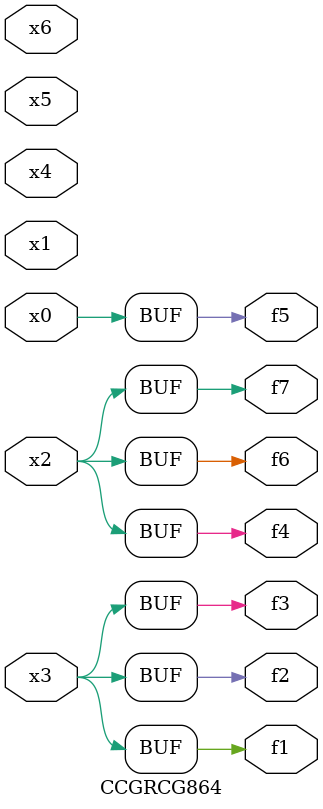
<source format=v>
module CCGRCG864(
	input x0, x1, x2, x3, x4, x5, x6,
	output f1, f2, f3, f4, f5, f6, f7
);
	assign f1 = x3;
	assign f2 = x3;
	assign f3 = x3;
	assign f4 = x2;
	assign f5 = x0;
	assign f6 = x2;
	assign f7 = x2;
endmodule

</source>
